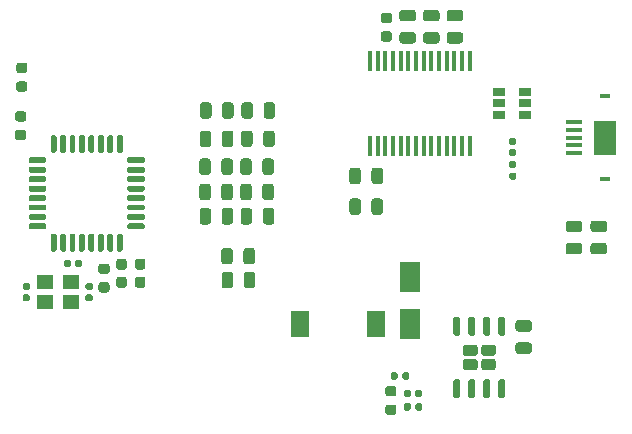
<source format=gbr>
%TF.GenerationSoftware,KiCad,Pcbnew,5.1.6*%
%TF.CreationDate,2021-04-06T07:59:24+02:00*%
%TF.ProjectId,teriyaki,74657269-7961-46b6-992e-6b696361645f,rev?*%
%TF.SameCoordinates,Original*%
%TF.FileFunction,Paste,Top*%
%TF.FilePolarity,Positive*%
%FSLAX46Y46*%
G04 Gerber Fmt 4.6, Leading zero omitted, Abs format (unit mm)*
G04 Created by KiCad (PCBNEW 5.1.6) date 2021-04-06 07:59:24*
%MOMM*%
%LPD*%
G01*
G04 APERTURE LIST*
%ADD10R,1.800000X2.500000*%
%ADD11R,1.350000X0.400000*%
%ADD12R,1.900000X2.900000*%
%ADD13R,0.850000X0.300000*%
%ADD14R,1.500000X2.200000*%
%ADD15R,0.450000X1.750000*%
%ADD16R,1.060000X0.650000*%
%ADD17R,1.400000X1.200000*%
G04 APERTURE END LIST*
%TO.C,R15*%
G36*
G01*
X95873750Y-94992500D02*
X96386250Y-94992500D01*
G75*
G02*
X96605000Y-95211250I0J-218750D01*
G01*
X96605000Y-95648750D01*
G75*
G02*
X96386250Y-95867500I-218750J0D01*
G01*
X95873750Y-95867500D01*
G75*
G02*
X95655000Y-95648750I0J218750D01*
G01*
X95655000Y-95211250D01*
G75*
G02*
X95873750Y-94992500I218750J0D01*
G01*
G37*
G36*
G01*
X95873750Y-93417500D02*
X96386250Y-93417500D01*
G75*
G02*
X96605000Y-93636250I0J-218750D01*
G01*
X96605000Y-94073750D01*
G75*
G02*
X96386250Y-94292500I-218750J0D01*
G01*
X95873750Y-94292500D01*
G75*
G02*
X95655000Y-94073750I0J218750D01*
G01*
X95655000Y-93636250D01*
G75*
G02*
X95873750Y-93417500I218750J0D01*
G01*
G37*
%TD*%
%TO.C,R14*%
G36*
G01*
X96290250Y-98391500D02*
X95777750Y-98391500D01*
G75*
G02*
X95559000Y-98172750I0J218750D01*
G01*
X95559000Y-97735250D01*
G75*
G02*
X95777750Y-97516500I218750J0D01*
G01*
X96290250Y-97516500D01*
G75*
G02*
X96509000Y-97735250I0J-218750D01*
G01*
X96509000Y-98172750D01*
G75*
G02*
X96290250Y-98391500I-218750J0D01*
G01*
G37*
G36*
G01*
X96290250Y-99966500D02*
X95777750Y-99966500D01*
G75*
G02*
X95559000Y-99747750I0J218750D01*
G01*
X95559000Y-99310250D01*
G75*
G02*
X95777750Y-99091500I218750J0D01*
G01*
X96290250Y-99091500D01*
G75*
G02*
X96509000Y-99310250I0J-218750D01*
G01*
X96509000Y-99747750D01*
G75*
G02*
X96290250Y-99966500I-218750J0D01*
G01*
G37*
%TD*%
%TO.C,U2*%
G36*
G01*
X98075000Y-107520000D02*
X96825000Y-107520000D01*
G75*
G02*
X96700000Y-107395000I0J125000D01*
G01*
X96700000Y-107145000D01*
G75*
G02*
X96825000Y-107020000I125000J0D01*
G01*
X98075000Y-107020000D01*
G75*
G02*
X98200000Y-107145000I0J-125000D01*
G01*
X98200000Y-107395000D01*
G75*
G02*
X98075000Y-107520000I-125000J0D01*
G01*
G37*
G36*
G01*
X98075000Y-106720000D02*
X96825000Y-106720000D01*
G75*
G02*
X96700000Y-106595000I0J125000D01*
G01*
X96700000Y-106345000D01*
G75*
G02*
X96825000Y-106220000I125000J0D01*
G01*
X98075000Y-106220000D01*
G75*
G02*
X98200000Y-106345000I0J-125000D01*
G01*
X98200000Y-106595000D01*
G75*
G02*
X98075000Y-106720000I-125000J0D01*
G01*
G37*
G36*
G01*
X98075000Y-105920000D02*
X96825000Y-105920000D01*
G75*
G02*
X96700000Y-105795000I0J125000D01*
G01*
X96700000Y-105545000D01*
G75*
G02*
X96825000Y-105420000I125000J0D01*
G01*
X98075000Y-105420000D01*
G75*
G02*
X98200000Y-105545000I0J-125000D01*
G01*
X98200000Y-105795000D01*
G75*
G02*
X98075000Y-105920000I-125000J0D01*
G01*
G37*
G36*
G01*
X98075000Y-105120000D02*
X96825000Y-105120000D01*
G75*
G02*
X96700000Y-104995000I0J125000D01*
G01*
X96700000Y-104745000D01*
G75*
G02*
X96825000Y-104620000I125000J0D01*
G01*
X98075000Y-104620000D01*
G75*
G02*
X98200000Y-104745000I0J-125000D01*
G01*
X98200000Y-104995000D01*
G75*
G02*
X98075000Y-105120000I-125000J0D01*
G01*
G37*
G36*
G01*
X98075000Y-104320000D02*
X96825000Y-104320000D01*
G75*
G02*
X96700000Y-104195000I0J125000D01*
G01*
X96700000Y-103945000D01*
G75*
G02*
X96825000Y-103820000I125000J0D01*
G01*
X98075000Y-103820000D01*
G75*
G02*
X98200000Y-103945000I0J-125000D01*
G01*
X98200000Y-104195000D01*
G75*
G02*
X98075000Y-104320000I-125000J0D01*
G01*
G37*
G36*
G01*
X98075000Y-103520000D02*
X96825000Y-103520000D01*
G75*
G02*
X96700000Y-103395000I0J125000D01*
G01*
X96700000Y-103145000D01*
G75*
G02*
X96825000Y-103020000I125000J0D01*
G01*
X98075000Y-103020000D01*
G75*
G02*
X98200000Y-103145000I0J-125000D01*
G01*
X98200000Y-103395000D01*
G75*
G02*
X98075000Y-103520000I-125000J0D01*
G01*
G37*
G36*
G01*
X98075000Y-102720000D02*
X96825000Y-102720000D01*
G75*
G02*
X96700000Y-102595000I0J125000D01*
G01*
X96700000Y-102345000D01*
G75*
G02*
X96825000Y-102220000I125000J0D01*
G01*
X98075000Y-102220000D01*
G75*
G02*
X98200000Y-102345000I0J-125000D01*
G01*
X98200000Y-102595000D01*
G75*
G02*
X98075000Y-102720000I-125000J0D01*
G01*
G37*
G36*
G01*
X98075000Y-101920000D02*
X96825000Y-101920000D01*
G75*
G02*
X96700000Y-101795000I0J125000D01*
G01*
X96700000Y-101545000D01*
G75*
G02*
X96825000Y-101420000I125000J0D01*
G01*
X98075000Y-101420000D01*
G75*
G02*
X98200000Y-101545000I0J-125000D01*
G01*
X98200000Y-101795000D01*
G75*
G02*
X98075000Y-101920000I-125000J0D01*
G01*
G37*
G36*
G01*
X98950000Y-101045000D02*
X98700000Y-101045000D01*
G75*
G02*
X98575000Y-100920000I0J125000D01*
G01*
X98575000Y-99670000D01*
G75*
G02*
X98700000Y-99545000I125000J0D01*
G01*
X98950000Y-99545000D01*
G75*
G02*
X99075000Y-99670000I0J-125000D01*
G01*
X99075000Y-100920000D01*
G75*
G02*
X98950000Y-101045000I-125000J0D01*
G01*
G37*
G36*
G01*
X99750000Y-101045000D02*
X99500000Y-101045000D01*
G75*
G02*
X99375000Y-100920000I0J125000D01*
G01*
X99375000Y-99670000D01*
G75*
G02*
X99500000Y-99545000I125000J0D01*
G01*
X99750000Y-99545000D01*
G75*
G02*
X99875000Y-99670000I0J-125000D01*
G01*
X99875000Y-100920000D01*
G75*
G02*
X99750000Y-101045000I-125000J0D01*
G01*
G37*
G36*
G01*
X100550000Y-101045000D02*
X100300000Y-101045000D01*
G75*
G02*
X100175000Y-100920000I0J125000D01*
G01*
X100175000Y-99670000D01*
G75*
G02*
X100300000Y-99545000I125000J0D01*
G01*
X100550000Y-99545000D01*
G75*
G02*
X100675000Y-99670000I0J-125000D01*
G01*
X100675000Y-100920000D01*
G75*
G02*
X100550000Y-101045000I-125000J0D01*
G01*
G37*
G36*
G01*
X101350000Y-101045000D02*
X101100000Y-101045000D01*
G75*
G02*
X100975000Y-100920000I0J125000D01*
G01*
X100975000Y-99670000D01*
G75*
G02*
X101100000Y-99545000I125000J0D01*
G01*
X101350000Y-99545000D01*
G75*
G02*
X101475000Y-99670000I0J-125000D01*
G01*
X101475000Y-100920000D01*
G75*
G02*
X101350000Y-101045000I-125000J0D01*
G01*
G37*
G36*
G01*
X102150000Y-101045000D02*
X101900000Y-101045000D01*
G75*
G02*
X101775000Y-100920000I0J125000D01*
G01*
X101775000Y-99670000D01*
G75*
G02*
X101900000Y-99545000I125000J0D01*
G01*
X102150000Y-99545000D01*
G75*
G02*
X102275000Y-99670000I0J-125000D01*
G01*
X102275000Y-100920000D01*
G75*
G02*
X102150000Y-101045000I-125000J0D01*
G01*
G37*
G36*
G01*
X102950000Y-101045000D02*
X102700000Y-101045000D01*
G75*
G02*
X102575000Y-100920000I0J125000D01*
G01*
X102575000Y-99670000D01*
G75*
G02*
X102700000Y-99545000I125000J0D01*
G01*
X102950000Y-99545000D01*
G75*
G02*
X103075000Y-99670000I0J-125000D01*
G01*
X103075000Y-100920000D01*
G75*
G02*
X102950000Y-101045000I-125000J0D01*
G01*
G37*
G36*
G01*
X103750000Y-101045000D02*
X103500000Y-101045000D01*
G75*
G02*
X103375000Y-100920000I0J125000D01*
G01*
X103375000Y-99670000D01*
G75*
G02*
X103500000Y-99545000I125000J0D01*
G01*
X103750000Y-99545000D01*
G75*
G02*
X103875000Y-99670000I0J-125000D01*
G01*
X103875000Y-100920000D01*
G75*
G02*
X103750000Y-101045000I-125000J0D01*
G01*
G37*
G36*
G01*
X104550000Y-101045000D02*
X104300000Y-101045000D01*
G75*
G02*
X104175000Y-100920000I0J125000D01*
G01*
X104175000Y-99670000D01*
G75*
G02*
X104300000Y-99545000I125000J0D01*
G01*
X104550000Y-99545000D01*
G75*
G02*
X104675000Y-99670000I0J-125000D01*
G01*
X104675000Y-100920000D01*
G75*
G02*
X104550000Y-101045000I-125000J0D01*
G01*
G37*
G36*
G01*
X106425000Y-101920000D02*
X105175000Y-101920000D01*
G75*
G02*
X105050000Y-101795000I0J125000D01*
G01*
X105050000Y-101545000D01*
G75*
G02*
X105175000Y-101420000I125000J0D01*
G01*
X106425000Y-101420000D01*
G75*
G02*
X106550000Y-101545000I0J-125000D01*
G01*
X106550000Y-101795000D01*
G75*
G02*
X106425000Y-101920000I-125000J0D01*
G01*
G37*
G36*
G01*
X106425000Y-102720000D02*
X105175000Y-102720000D01*
G75*
G02*
X105050000Y-102595000I0J125000D01*
G01*
X105050000Y-102345000D01*
G75*
G02*
X105175000Y-102220000I125000J0D01*
G01*
X106425000Y-102220000D01*
G75*
G02*
X106550000Y-102345000I0J-125000D01*
G01*
X106550000Y-102595000D01*
G75*
G02*
X106425000Y-102720000I-125000J0D01*
G01*
G37*
G36*
G01*
X106425000Y-103520000D02*
X105175000Y-103520000D01*
G75*
G02*
X105050000Y-103395000I0J125000D01*
G01*
X105050000Y-103145000D01*
G75*
G02*
X105175000Y-103020000I125000J0D01*
G01*
X106425000Y-103020000D01*
G75*
G02*
X106550000Y-103145000I0J-125000D01*
G01*
X106550000Y-103395000D01*
G75*
G02*
X106425000Y-103520000I-125000J0D01*
G01*
G37*
G36*
G01*
X106425000Y-104320000D02*
X105175000Y-104320000D01*
G75*
G02*
X105050000Y-104195000I0J125000D01*
G01*
X105050000Y-103945000D01*
G75*
G02*
X105175000Y-103820000I125000J0D01*
G01*
X106425000Y-103820000D01*
G75*
G02*
X106550000Y-103945000I0J-125000D01*
G01*
X106550000Y-104195000D01*
G75*
G02*
X106425000Y-104320000I-125000J0D01*
G01*
G37*
G36*
G01*
X106425000Y-105120000D02*
X105175000Y-105120000D01*
G75*
G02*
X105050000Y-104995000I0J125000D01*
G01*
X105050000Y-104745000D01*
G75*
G02*
X105175000Y-104620000I125000J0D01*
G01*
X106425000Y-104620000D01*
G75*
G02*
X106550000Y-104745000I0J-125000D01*
G01*
X106550000Y-104995000D01*
G75*
G02*
X106425000Y-105120000I-125000J0D01*
G01*
G37*
G36*
G01*
X106425000Y-105920000D02*
X105175000Y-105920000D01*
G75*
G02*
X105050000Y-105795000I0J125000D01*
G01*
X105050000Y-105545000D01*
G75*
G02*
X105175000Y-105420000I125000J0D01*
G01*
X106425000Y-105420000D01*
G75*
G02*
X106550000Y-105545000I0J-125000D01*
G01*
X106550000Y-105795000D01*
G75*
G02*
X106425000Y-105920000I-125000J0D01*
G01*
G37*
G36*
G01*
X106425000Y-106720000D02*
X105175000Y-106720000D01*
G75*
G02*
X105050000Y-106595000I0J125000D01*
G01*
X105050000Y-106345000D01*
G75*
G02*
X105175000Y-106220000I125000J0D01*
G01*
X106425000Y-106220000D01*
G75*
G02*
X106550000Y-106345000I0J-125000D01*
G01*
X106550000Y-106595000D01*
G75*
G02*
X106425000Y-106720000I-125000J0D01*
G01*
G37*
G36*
G01*
X106425000Y-107520000D02*
X105175000Y-107520000D01*
G75*
G02*
X105050000Y-107395000I0J125000D01*
G01*
X105050000Y-107145000D01*
G75*
G02*
X105175000Y-107020000I125000J0D01*
G01*
X106425000Y-107020000D01*
G75*
G02*
X106550000Y-107145000I0J-125000D01*
G01*
X106550000Y-107395000D01*
G75*
G02*
X106425000Y-107520000I-125000J0D01*
G01*
G37*
G36*
G01*
X104550000Y-109395000D02*
X104300000Y-109395000D01*
G75*
G02*
X104175000Y-109270000I0J125000D01*
G01*
X104175000Y-108020000D01*
G75*
G02*
X104300000Y-107895000I125000J0D01*
G01*
X104550000Y-107895000D01*
G75*
G02*
X104675000Y-108020000I0J-125000D01*
G01*
X104675000Y-109270000D01*
G75*
G02*
X104550000Y-109395000I-125000J0D01*
G01*
G37*
G36*
G01*
X103750000Y-109395000D02*
X103500000Y-109395000D01*
G75*
G02*
X103375000Y-109270000I0J125000D01*
G01*
X103375000Y-108020000D01*
G75*
G02*
X103500000Y-107895000I125000J0D01*
G01*
X103750000Y-107895000D01*
G75*
G02*
X103875000Y-108020000I0J-125000D01*
G01*
X103875000Y-109270000D01*
G75*
G02*
X103750000Y-109395000I-125000J0D01*
G01*
G37*
G36*
G01*
X102950000Y-109395000D02*
X102700000Y-109395000D01*
G75*
G02*
X102575000Y-109270000I0J125000D01*
G01*
X102575000Y-108020000D01*
G75*
G02*
X102700000Y-107895000I125000J0D01*
G01*
X102950000Y-107895000D01*
G75*
G02*
X103075000Y-108020000I0J-125000D01*
G01*
X103075000Y-109270000D01*
G75*
G02*
X102950000Y-109395000I-125000J0D01*
G01*
G37*
G36*
G01*
X102150000Y-109395000D02*
X101900000Y-109395000D01*
G75*
G02*
X101775000Y-109270000I0J125000D01*
G01*
X101775000Y-108020000D01*
G75*
G02*
X101900000Y-107895000I125000J0D01*
G01*
X102150000Y-107895000D01*
G75*
G02*
X102275000Y-108020000I0J-125000D01*
G01*
X102275000Y-109270000D01*
G75*
G02*
X102150000Y-109395000I-125000J0D01*
G01*
G37*
G36*
G01*
X101350000Y-109395000D02*
X101100000Y-109395000D01*
G75*
G02*
X100975000Y-109270000I0J125000D01*
G01*
X100975000Y-108020000D01*
G75*
G02*
X101100000Y-107895000I125000J0D01*
G01*
X101350000Y-107895000D01*
G75*
G02*
X101475000Y-108020000I0J-125000D01*
G01*
X101475000Y-109270000D01*
G75*
G02*
X101350000Y-109395000I-125000J0D01*
G01*
G37*
G36*
G01*
X100550000Y-109395000D02*
X100300000Y-109395000D01*
G75*
G02*
X100175000Y-109270000I0J125000D01*
G01*
X100175000Y-108020000D01*
G75*
G02*
X100300000Y-107895000I125000J0D01*
G01*
X100550000Y-107895000D01*
G75*
G02*
X100675000Y-108020000I0J-125000D01*
G01*
X100675000Y-109270000D01*
G75*
G02*
X100550000Y-109395000I-125000J0D01*
G01*
G37*
G36*
G01*
X99750000Y-109395000D02*
X99500000Y-109395000D01*
G75*
G02*
X99375000Y-109270000I0J125000D01*
G01*
X99375000Y-108020000D01*
G75*
G02*
X99500000Y-107895000I125000J0D01*
G01*
X99750000Y-107895000D01*
G75*
G02*
X99875000Y-108020000I0J-125000D01*
G01*
X99875000Y-109270000D01*
G75*
G02*
X99750000Y-109395000I-125000J0D01*
G01*
G37*
G36*
G01*
X98950000Y-109395000D02*
X98700000Y-109395000D01*
G75*
G02*
X98575000Y-109270000I0J125000D01*
G01*
X98575000Y-108020000D01*
G75*
G02*
X98700000Y-107895000I125000J0D01*
G01*
X98950000Y-107895000D01*
G75*
G02*
X99075000Y-108020000I0J-125000D01*
G01*
X99075000Y-109270000D01*
G75*
G02*
X98950000Y-109395000I-125000J0D01*
G01*
G37*
%TD*%
%TO.C,C13*%
G36*
G01*
X102833750Y-111997500D02*
X103346250Y-111997500D01*
G75*
G02*
X103565000Y-112216250I0J-218750D01*
G01*
X103565000Y-112653750D01*
G75*
G02*
X103346250Y-112872500I-218750J0D01*
G01*
X102833750Y-112872500D01*
G75*
G02*
X102615000Y-112653750I0J218750D01*
G01*
X102615000Y-112216250D01*
G75*
G02*
X102833750Y-111997500I218750J0D01*
G01*
G37*
G36*
G01*
X102833750Y-110422500D02*
X103346250Y-110422500D01*
G75*
G02*
X103565000Y-110641250I0J-218750D01*
G01*
X103565000Y-111078750D01*
G75*
G02*
X103346250Y-111297500I-218750J0D01*
G01*
X102833750Y-111297500D01*
G75*
G02*
X102615000Y-111078750I0J218750D01*
G01*
X102615000Y-110641250D01*
G75*
G02*
X102833750Y-110422500I218750J0D01*
G01*
G37*
%TD*%
%TO.C,C1*%
G36*
G01*
X131256250Y-89912500D02*
X130343750Y-89912500D01*
G75*
G02*
X130100000Y-89668750I0J243750D01*
G01*
X130100000Y-89181250D01*
G75*
G02*
X130343750Y-88937500I243750J0D01*
G01*
X131256250Y-88937500D01*
G75*
G02*
X131500000Y-89181250I0J-243750D01*
G01*
X131500000Y-89668750D01*
G75*
G02*
X131256250Y-89912500I-243750J0D01*
G01*
G37*
G36*
G01*
X131256250Y-91787500D02*
X130343750Y-91787500D01*
G75*
G02*
X130100000Y-91543750I0J243750D01*
G01*
X130100000Y-91056250D01*
G75*
G02*
X130343750Y-90812500I243750J0D01*
G01*
X131256250Y-90812500D01*
G75*
G02*
X131500000Y-91056250I0J-243750D01*
G01*
X131500000Y-91543750D01*
G75*
G02*
X131256250Y-91787500I-243750J0D01*
G01*
G37*
%TD*%
%TO.C,C3*%
G36*
G01*
X129256250Y-89912500D02*
X128343750Y-89912500D01*
G75*
G02*
X128100000Y-89668750I0J243750D01*
G01*
X128100000Y-89181250D01*
G75*
G02*
X128343750Y-88937500I243750J0D01*
G01*
X129256250Y-88937500D01*
G75*
G02*
X129500000Y-89181250I0J-243750D01*
G01*
X129500000Y-89668750D01*
G75*
G02*
X129256250Y-89912500I-243750J0D01*
G01*
G37*
G36*
G01*
X129256250Y-91787500D02*
X128343750Y-91787500D01*
G75*
G02*
X128100000Y-91543750I0J243750D01*
G01*
X128100000Y-91056250D01*
G75*
G02*
X128343750Y-90812500I243750J0D01*
G01*
X129256250Y-90812500D01*
G75*
G02*
X129500000Y-91056250I0J-243750D01*
G01*
X129500000Y-91543750D01*
G75*
G02*
X129256250Y-91787500I-243750J0D01*
G01*
G37*
%TD*%
%TO.C,C4*%
G36*
G01*
X138164250Y-117084500D02*
X139076750Y-117084500D01*
G75*
G02*
X139320500Y-117328250I0J-243750D01*
G01*
X139320500Y-117815750D01*
G75*
G02*
X139076750Y-118059500I-243750J0D01*
G01*
X138164250Y-118059500D01*
G75*
G02*
X137920500Y-117815750I0J243750D01*
G01*
X137920500Y-117328250D01*
G75*
G02*
X138164250Y-117084500I243750J0D01*
G01*
G37*
G36*
G01*
X138164250Y-115209500D02*
X139076750Y-115209500D01*
G75*
G02*
X139320500Y-115453250I0J-243750D01*
G01*
X139320500Y-115940750D01*
G75*
G02*
X139076750Y-116184500I-243750J0D01*
G01*
X138164250Y-116184500D01*
G75*
G02*
X137920500Y-115940750I0J243750D01*
G01*
X137920500Y-115453250D01*
G75*
G02*
X138164250Y-115209500I243750J0D01*
G01*
G37*
%TD*%
%TO.C,C5*%
G36*
G01*
X127256250Y-90062500D02*
X126743750Y-90062500D01*
G75*
G02*
X126525000Y-89843750I0J218750D01*
G01*
X126525000Y-89406250D01*
G75*
G02*
X126743750Y-89187500I218750J0D01*
G01*
X127256250Y-89187500D01*
G75*
G02*
X127475000Y-89406250I0J-218750D01*
G01*
X127475000Y-89843750D01*
G75*
G02*
X127256250Y-90062500I-218750J0D01*
G01*
G37*
G36*
G01*
X127256250Y-91637500D02*
X126743750Y-91637500D01*
G75*
G02*
X126525000Y-91418750I0J218750D01*
G01*
X126525000Y-90981250D01*
G75*
G02*
X126743750Y-90762500I218750J0D01*
G01*
X127256250Y-90762500D01*
G75*
G02*
X127475000Y-90981250I0J-218750D01*
G01*
X127475000Y-91418750D01*
G75*
G02*
X127256250Y-91637500I-218750J0D01*
G01*
G37*
%TD*%
%TO.C,C6*%
G36*
G01*
X133256250Y-89912500D02*
X132343750Y-89912500D01*
G75*
G02*
X132100000Y-89668750I0J243750D01*
G01*
X132100000Y-89181250D01*
G75*
G02*
X132343750Y-88937500I243750J0D01*
G01*
X133256250Y-88937500D01*
G75*
G02*
X133500000Y-89181250I0J-243750D01*
G01*
X133500000Y-89668750D01*
G75*
G02*
X133256250Y-89912500I-243750J0D01*
G01*
G37*
G36*
G01*
X133256250Y-91787500D02*
X132343750Y-91787500D01*
G75*
G02*
X132100000Y-91543750I0J243750D01*
G01*
X132100000Y-91056250D01*
G75*
G02*
X132343750Y-90812500I243750J0D01*
G01*
X133256250Y-90812500D01*
G75*
G02*
X133500000Y-91056250I0J-243750D01*
G01*
X133500000Y-91543750D01*
G75*
G02*
X133256250Y-91787500I-243750J0D01*
G01*
G37*
%TD*%
%TO.C,C8*%
G36*
G01*
X96697500Y-112655000D02*
X96352500Y-112655000D01*
G75*
G02*
X96205000Y-112507500I0J147500D01*
G01*
X96205000Y-112212500D01*
G75*
G02*
X96352500Y-112065000I147500J0D01*
G01*
X96697500Y-112065000D01*
G75*
G02*
X96845000Y-112212500I0J-147500D01*
G01*
X96845000Y-112507500D01*
G75*
G02*
X96697500Y-112655000I-147500J0D01*
G01*
G37*
G36*
G01*
X96697500Y-113625000D02*
X96352500Y-113625000D01*
G75*
G02*
X96205000Y-113477500I0J147500D01*
G01*
X96205000Y-113182500D01*
G75*
G02*
X96352500Y-113035000I147500J0D01*
G01*
X96697500Y-113035000D01*
G75*
G02*
X96845000Y-113182500I0J-147500D01*
G01*
X96845000Y-113477500D01*
G75*
G02*
X96697500Y-113625000I-147500J0D01*
G01*
G37*
%TD*%
%TO.C,C9*%
G36*
G01*
X101652500Y-113035000D02*
X101997500Y-113035000D01*
G75*
G02*
X102145000Y-113182500I0J-147500D01*
G01*
X102145000Y-113477500D01*
G75*
G02*
X101997500Y-113625000I-147500J0D01*
G01*
X101652500Y-113625000D01*
G75*
G02*
X101505000Y-113477500I0J147500D01*
G01*
X101505000Y-113182500D01*
G75*
G02*
X101652500Y-113035000I147500J0D01*
G01*
G37*
G36*
G01*
X101652500Y-112065000D02*
X101997500Y-112065000D01*
G75*
G02*
X102145000Y-112212500I0J-147500D01*
G01*
X102145000Y-112507500D01*
G75*
G02*
X101997500Y-112655000I-147500J0D01*
G01*
X101652500Y-112655000D01*
G75*
G02*
X101505000Y-112507500I0J147500D01*
G01*
X101505000Y-112212500D01*
G75*
G02*
X101652500Y-112065000I147500J0D01*
G01*
G37*
%TD*%
%TO.C,C10*%
G36*
G01*
X127635650Y-121666100D02*
X127123150Y-121666100D01*
G75*
G02*
X126904400Y-121447350I0J218750D01*
G01*
X126904400Y-121009850D01*
G75*
G02*
X127123150Y-120791100I218750J0D01*
G01*
X127635650Y-120791100D01*
G75*
G02*
X127854400Y-121009850I0J-218750D01*
G01*
X127854400Y-121447350D01*
G75*
G02*
X127635650Y-121666100I-218750J0D01*
G01*
G37*
G36*
G01*
X127635650Y-123241100D02*
X127123150Y-123241100D01*
G75*
G02*
X126904400Y-123022350I0J218750D01*
G01*
X126904400Y-122584850D01*
G75*
G02*
X127123150Y-122366100I218750J0D01*
G01*
X127635650Y-122366100D01*
G75*
G02*
X127854400Y-122584850I0J-218750D01*
G01*
X127854400Y-123022350D01*
G75*
G02*
X127635650Y-123241100I-218750J0D01*
G01*
G37*
%TD*%
%TO.C,C11*%
G36*
G01*
X105712500Y-110723250D02*
X105712500Y-110210750D01*
G75*
G02*
X105931250Y-109992000I218750J0D01*
G01*
X106368750Y-109992000D01*
G75*
G02*
X106587500Y-110210750I0J-218750D01*
G01*
X106587500Y-110723250D01*
G75*
G02*
X106368750Y-110942000I-218750J0D01*
G01*
X105931250Y-110942000D01*
G75*
G02*
X105712500Y-110723250I0J218750D01*
G01*
G37*
G36*
G01*
X104137500Y-110723250D02*
X104137500Y-110210750D01*
G75*
G02*
X104356250Y-109992000I218750J0D01*
G01*
X104793750Y-109992000D01*
G75*
G02*
X105012500Y-110210750I0J-218750D01*
G01*
X105012500Y-110723250D01*
G75*
G02*
X104793750Y-110942000I-218750J0D01*
G01*
X104356250Y-110942000D01*
G75*
G02*
X104137500Y-110723250I0J218750D01*
G01*
G37*
%TD*%
%TO.C,C12*%
G36*
G01*
X105712500Y-112251250D02*
X105712500Y-111738750D01*
G75*
G02*
X105931250Y-111520000I218750J0D01*
G01*
X106368750Y-111520000D01*
G75*
G02*
X106587500Y-111738750I0J-218750D01*
G01*
X106587500Y-112251250D01*
G75*
G02*
X106368750Y-112470000I-218750J0D01*
G01*
X105931250Y-112470000D01*
G75*
G02*
X105712500Y-112251250I0J218750D01*
G01*
G37*
G36*
G01*
X104137500Y-112251250D02*
X104137500Y-111738750D01*
G75*
G02*
X104356250Y-111520000I218750J0D01*
G01*
X104793750Y-111520000D01*
G75*
G02*
X105012500Y-111738750I0J-218750D01*
G01*
X105012500Y-112251250D01*
G75*
G02*
X104793750Y-112470000I-218750J0D01*
G01*
X104356250Y-112470000D01*
G75*
G02*
X104137500Y-112251250I0J218750D01*
G01*
G37*
%TD*%
D10*
%TO.C,D1*%
X129032000Y-111570000D03*
X129032000Y-115570000D03*
%TD*%
D11*
%TO.C,J1*%
X142875000Y-101050000D03*
X142875000Y-100400000D03*
X142875000Y-99750000D03*
X142875000Y-98450000D03*
X142875000Y-99100000D03*
D12*
X145550000Y-99750000D03*
D13*
X145550000Y-96250000D03*
X145550000Y-103250000D03*
%TD*%
D14*
%TO.C,L1*%
X119711000Y-115570000D03*
X126111000Y-115570000D03*
%TD*%
%TO.C,LED1*%
G36*
G01*
X112157500Y-105956750D02*
X112157500Y-106869250D01*
G75*
G02*
X111913750Y-107113000I-243750J0D01*
G01*
X111426250Y-107113000D01*
G75*
G02*
X111182500Y-106869250I0J243750D01*
G01*
X111182500Y-105956750D01*
G75*
G02*
X111426250Y-105713000I243750J0D01*
G01*
X111913750Y-105713000D01*
G75*
G02*
X112157500Y-105956750I0J-243750D01*
G01*
G37*
G36*
G01*
X114032500Y-105956750D02*
X114032500Y-106869250D01*
G75*
G02*
X113788750Y-107113000I-243750J0D01*
G01*
X113301250Y-107113000D01*
G75*
G02*
X113057500Y-106869250I0J243750D01*
G01*
X113057500Y-105956750D01*
G75*
G02*
X113301250Y-105713000I243750J0D01*
G01*
X113788750Y-105713000D01*
G75*
G02*
X114032500Y-105956750I0J-243750D01*
G01*
G37*
%TD*%
%TO.C,LED2*%
G36*
G01*
X112127500Y-103896750D02*
X112127500Y-104809250D01*
G75*
G02*
X111883750Y-105053000I-243750J0D01*
G01*
X111396250Y-105053000D01*
G75*
G02*
X111152500Y-104809250I0J243750D01*
G01*
X111152500Y-103896750D01*
G75*
G02*
X111396250Y-103653000I243750J0D01*
G01*
X111883750Y-103653000D01*
G75*
G02*
X112127500Y-103896750I0J-243750D01*
G01*
G37*
G36*
G01*
X114002500Y-103896750D02*
X114002500Y-104809250D01*
G75*
G02*
X113758750Y-105053000I-243750J0D01*
G01*
X113271250Y-105053000D01*
G75*
G02*
X113027500Y-104809250I0J243750D01*
G01*
X113027500Y-103896750D01*
G75*
G02*
X113271250Y-103653000I243750J0D01*
G01*
X113758750Y-103653000D01*
G75*
G02*
X114002500Y-103896750I0J-243750D01*
G01*
G37*
%TD*%
%TO.C,LED3*%
G36*
G01*
X112127500Y-101756750D02*
X112127500Y-102669250D01*
G75*
G02*
X111883750Y-102913000I-243750J0D01*
G01*
X111396250Y-102913000D01*
G75*
G02*
X111152500Y-102669250I0J243750D01*
G01*
X111152500Y-101756750D01*
G75*
G02*
X111396250Y-101513000I243750J0D01*
G01*
X111883750Y-101513000D01*
G75*
G02*
X112127500Y-101756750I0J-243750D01*
G01*
G37*
G36*
G01*
X114002500Y-101756750D02*
X114002500Y-102669250D01*
G75*
G02*
X113758750Y-102913000I-243750J0D01*
G01*
X113271250Y-102913000D01*
G75*
G02*
X113027500Y-102669250I0J243750D01*
G01*
X113027500Y-101756750D01*
G75*
G02*
X113271250Y-101513000I243750J0D01*
G01*
X113758750Y-101513000D01*
G75*
G02*
X114002500Y-101756750I0J-243750D01*
G01*
G37*
%TD*%
%TO.C,LED_3V31*%
G36*
G01*
X114025700Y-111363750D02*
X114025700Y-112276250D01*
G75*
G02*
X113781950Y-112520000I-243750J0D01*
G01*
X113294450Y-112520000D01*
G75*
G02*
X113050700Y-112276250I0J243750D01*
G01*
X113050700Y-111363750D01*
G75*
G02*
X113294450Y-111120000I243750J0D01*
G01*
X113781950Y-111120000D01*
G75*
G02*
X114025700Y-111363750I0J-243750D01*
G01*
G37*
G36*
G01*
X115900700Y-111363750D02*
X115900700Y-112276250D01*
G75*
G02*
X115656950Y-112520000I-243750J0D01*
G01*
X115169450Y-112520000D01*
G75*
G02*
X114925700Y-112276250I0J243750D01*
G01*
X114925700Y-111363750D01*
G75*
G02*
X115169450Y-111120000I243750J0D01*
G01*
X115656950Y-111120000D01*
G75*
G02*
X115900700Y-111363750I0J-243750D01*
G01*
G37*
%TD*%
%TO.C,LED_5V1*%
G36*
G01*
X142421150Y-108664300D02*
X143333650Y-108664300D01*
G75*
G02*
X143577400Y-108908050I0J-243750D01*
G01*
X143577400Y-109395550D01*
G75*
G02*
X143333650Y-109639300I-243750J0D01*
G01*
X142421150Y-109639300D01*
G75*
G02*
X142177400Y-109395550I0J243750D01*
G01*
X142177400Y-108908050D01*
G75*
G02*
X142421150Y-108664300I243750J0D01*
G01*
G37*
G36*
G01*
X142421150Y-106789300D02*
X143333650Y-106789300D01*
G75*
G02*
X143577400Y-107033050I0J-243750D01*
G01*
X143577400Y-107520550D01*
G75*
G02*
X143333650Y-107764300I-243750J0D01*
G01*
X142421150Y-107764300D01*
G75*
G02*
X142177400Y-107520550I0J243750D01*
G01*
X142177400Y-107033050D01*
G75*
G02*
X142421150Y-106789300I243750J0D01*
G01*
G37*
%TD*%
%TO.C,LED_RX1*%
G36*
G01*
X113072700Y-100311850D02*
X113072700Y-99399350D01*
G75*
G02*
X113316450Y-99155600I243750J0D01*
G01*
X113803950Y-99155600D01*
G75*
G02*
X114047700Y-99399350I0J-243750D01*
G01*
X114047700Y-100311850D01*
G75*
G02*
X113803950Y-100555600I-243750J0D01*
G01*
X113316450Y-100555600D01*
G75*
G02*
X113072700Y-100311850I0J243750D01*
G01*
G37*
G36*
G01*
X111197700Y-100311850D02*
X111197700Y-99399350D01*
G75*
G02*
X111441450Y-99155600I243750J0D01*
G01*
X111928950Y-99155600D01*
G75*
G02*
X112172700Y-99399350I0J-243750D01*
G01*
X112172700Y-100311850D01*
G75*
G02*
X111928950Y-100555600I-243750J0D01*
G01*
X111441450Y-100555600D01*
G75*
G02*
X111197700Y-100311850I0J243750D01*
G01*
G37*
%TD*%
%TO.C,LED_TX1*%
G36*
G01*
X113097700Y-97911850D02*
X113097700Y-96999350D01*
G75*
G02*
X113341450Y-96755600I243750J0D01*
G01*
X113828950Y-96755600D01*
G75*
G02*
X114072700Y-96999350I0J-243750D01*
G01*
X114072700Y-97911850D01*
G75*
G02*
X113828950Y-98155600I-243750J0D01*
G01*
X113341450Y-98155600D01*
G75*
G02*
X113097700Y-97911850I0J243750D01*
G01*
G37*
G36*
G01*
X111222700Y-97911850D02*
X111222700Y-96999350D01*
G75*
G02*
X111466450Y-96755600I243750J0D01*
G01*
X111953950Y-96755600D01*
G75*
G02*
X112197700Y-96999350I0J-243750D01*
G01*
X112197700Y-97911850D01*
G75*
G02*
X111953950Y-98155600I-243750J0D01*
G01*
X111466450Y-98155600D01*
G75*
G02*
X111222700Y-97911850I0J243750D01*
G01*
G37*
%TD*%
%TO.C,R1*%
G36*
G01*
X137867300Y-100355400D02*
X137522300Y-100355400D01*
G75*
G02*
X137374800Y-100207900I0J147500D01*
G01*
X137374800Y-99912900D01*
G75*
G02*
X137522300Y-99765400I147500J0D01*
G01*
X137867300Y-99765400D01*
G75*
G02*
X138014800Y-99912900I0J-147500D01*
G01*
X138014800Y-100207900D01*
G75*
G02*
X137867300Y-100355400I-147500J0D01*
G01*
G37*
G36*
G01*
X137867300Y-101325400D02*
X137522300Y-101325400D01*
G75*
G02*
X137374800Y-101177900I0J147500D01*
G01*
X137374800Y-100882900D01*
G75*
G02*
X137522300Y-100735400I147500J0D01*
G01*
X137867300Y-100735400D01*
G75*
G02*
X138014800Y-100882900I0J-147500D01*
G01*
X138014800Y-101177900D01*
G75*
G02*
X137867300Y-101325400I-147500J0D01*
G01*
G37*
%TD*%
%TO.C,R2*%
G36*
G01*
X137867300Y-102340400D02*
X137522300Y-102340400D01*
G75*
G02*
X137374800Y-102192900I0J147500D01*
G01*
X137374800Y-101897900D01*
G75*
G02*
X137522300Y-101750400I147500J0D01*
G01*
X137867300Y-101750400D01*
G75*
G02*
X138014800Y-101897900I0J-147500D01*
G01*
X138014800Y-102192900D01*
G75*
G02*
X137867300Y-102340400I-147500J0D01*
G01*
G37*
G36*
G01*
X137867300Y-103310400D02*
X137522300Y-103310400D01*
G75*
G02*
X137374800Y-103162900I0J147500D01*
G01*
X137374800Y-102867900D01*
G75*
G02*
X137522300Y-102720400I147500J0D01*
G01*
X137867300Y-102720400D01*
G75*
G02*
X138014800Y-102867900I0J-147500D01*
G01*
X138014800Y-103162900D01*
G75*
G02*
X137867300Y-103310400I-147500J0D01*
G01*
G37*
%TD*%
%TO.C,R3*%
G36*
G01*
X125737500Y-103456250D02*
X125737500Y-102543750D01*
G75*
G02*
X125981250Y-102300000I243750J0D01*
G01*
X126468750Y-102300000D01*
G75*
G02*
X126712500Y-102543750I0J-243750D01*
G01*
X126712500Y-103456250D01*
G75*
G02*
X126468750Y-103700000I-243750J0D01*
G01*
X125981250Y-103700000D01*
G75*
G02*
X125737500Y-103456250I0J243750D01*
G01*
G37*
G36*
G01*
X123862500Y-103456250D02*
X123862500Y-102543750D01*
G75*
G02*
X124106250Y-102300000I243750J0D01*
G01*
X124593750Y-102300000D01*
G75*
G02*
X124837500Y-102543750I0J-243750D01*
G01*
X124837500Y-103456250D01*
G75*
G02*
X124593750Y-103700000I-243750J0D01*
G01*
X124106250Y-103700000D01*
G75*
G02*
X123862500Y-103456250I0J243750D01*
G01*
G37*
%TD*%
%TO.C,R4*%
G36*
G01*
X125737500Y-106056250D02*
X125737500Y-105143750D01*
G75*
G02*
X125981250Y-104900000I243750J0D01*
G01*
X126468750Y-104900000D01*
G75*
G02*
X126712500Y-105143750I0J-243750D01*
G01*
X126712500Y-106056250D01*
G75*
G02*
X126468750Y-106300000I-243750J0D01*
G01*
X125981250Y-106300000D01*
G75*
G02*
X125737500Y-106056250I0J243750D01*
G01*
G37*
G36*
G01*
X123862500Y-106056250D02*
X123862500Y-105143750D01*
G75*
G02*
X124106250Y-104900000I243750J0D01*
G01*
X124593750Y-104900000D01*
G75*
G02*
X124837500Y-105143750I0J-243750D01*
G01*
X124837500Y-106056250D01*
G75*
G02*
X124593750Y-106300000I-243750J0D01*
G01*
X124106250Y-106300000D01*
G75*
G02*
X123862500Y-106056250I0J243750D01*
G01*
G37*
%TD*%
%TO.C,R5*%
G36*
G01*
X115697700Y-96999350D02*
X115697700Y-97911850D01*
G75*
G02*
X115453950Y-98155600I-243750J0D01*
G01*
X114966450Y-98155600D01*
G75*
G02*
X114722700Y-97911850I0J243750D01*
G01*
X114722700Y-96999350D01*
G75*
G02*
X114966450Y-96755600I243750J0D01*
G01*
X115453950Y-96755600D01*
G75*
G02*
X115697700Y-96999350I0J-243750D01*
G01*
G37*
G36*
G01*
X117572700Y-96999350D02*
X117572700Y-97911850D01*
G75*
G02*
X117328950Y-98155600I-243750J0D01*
G01*
X116841450Y-98155600D01*
G75*
G02*
X116597700Y-97911850I0J243750D01*
G01*
X116597700Y-96999350D01*
G75*
G02*
X116841450Y-96755600I243750J0D01*
G01*
X117328950Y-96755600D01*
G75*
G02*
X117572700Y-96999350I0J-243750D01*
G01*
G37*
%TD*%
%TO.C,R6*%
G36*
G01*
X115672700Y-99399350D02*
X115672700Y-100311850D01*
G75*
G02*
X115428950Y-100555600I-243750J0D01*
G01*
X114941450Y-100555600D01*
G75*
G02*
X114697700Y-100311850I0J243750D01*
G01*
X114697700Y-99399350D01*
G75*
G02*
X114941450Y-99155600I243750J0D01*
G01*
X115428950Y-99155600D01*
G75*
G02*
X115672700Y-99399350I0J-243750D01*
G01*
G37*
G36*
G01*
X117547700Y-99399350D02*
X117547700Y-100311850D01*
G75*
G02*
X117303950Y-100555600I-243750J0D01*
G01*
X116816450Y-100555600D01*
G75*
G02*
X116572700Y-100311850I0J243750D01*
G01*
X116572700Y-99399350D01*
G75*
G02*
X116816450Y-99155600I243750J0D01*
G01*
X117303950Y-99155600D01*
G75*
G02*
X117547700Y-99399350I0J-243750D01*
G01*
G37*
%TD*%
%TO.C,R7*%
G36*
G01*
X116532500Y-106869250D02*
X116532500Y-105956750D01*
G75*
G02*
X116776250Y-105713000I243750J0D01*
G01*
X117263750Y-105713000D01*
G75*
G02*
X117507500Y-105956750I0J-243750D01*
G01*
X117507500Y-106869250D01*
G75*
G02*
X117263750Y-107113000I-243750J0D01*
G01*
X116776250Y-107113000D01*
G75*
G02*
X116532500Y-106869250I0J243750D01*
G01*
G37*
G36*
G01*
X114657500Y-106869250D02*
X114657500Y-105956750D01*
G75*
G02*
X114901250Y-105713000I243750J0D01*
G01*
X115388750Y-105713000D01*
G75*
G02*
X115632500Y-105956750I0J-243750D01*
G01*
X115632500Y-106869250D01*
G75*
G02*
X115388750Y-107113000I-243750J0D01*
G01*
X114901250Y-107113000D01*
G75*
G02*
X114657500Y-106869250I0J243750D01*
G01*
G37*
%TD*%
%TO.C,R8*%
G36*
G01*
X129451400Y-122722100D02*
X129451400Y-122377100D01*
G75*
G02*
X129598900Y-122229600I147500J0D01*
G01*
X129893900Y-122229600D01*
G75*
G02*
X130041400Y-122377100I0J-147500D01*
G01*
X130041400Y-122722100D01*
G75*
G02*
X129893900Y-122869600I-147500J0D01*
G01*
X129598900Y-122869600D01*
G75*
G02*
X129451400Y-122722100I0J147500D01*
G01*
G37*
G36*
G01*
X128481400Y-122722100D02*
X128481400Y-122377100D01*
G75*
G02*
X128628900Y-122229600I147500J0D01*
G01*
X128923900Y-122229600D01*
G75*
G02*
X129071400Y-122377100I0J-147500D01*
G01*
X129071400Y-122722100D01*
G75*
G02*
X128923900Y-122869600I-147500J0D01*
G01*
X128628900Y-122869600D01*
G75*
G02*
X128481400Y-122722100I0J147500D01*
G01*
G37*
%TD*%
%TO.C,R9*%
G36*
G01*
X129071400Y-121234100D02*
X129071400Y-121579100D01*
G75*
G02*
X128923900Y-121726600I-147500J0D01*
G01*
X128628900Y-121726600D01*
G75*
G02*
X128481400Y-121579100I0J147500D01*
G01*
X128481400Y-121234100D01*
G75*
G02*
X128628900Y-121086600I147500J0D01*
G01*
X128923900Y-121086600D01*
G75*
G02*
X129071400Y-121234100I0J-147500D01*
G01*
G37*
G36*
G01*
X130041400Y-121234100D02*
X130041400Y-121579100D01*
G75*
G02*
X129893900Y-121726600I-147500J0D01*
G01*
X129598900Y-121726600D01*
G75*
G02*
X129451400Y-121579100I0J147500D01*
G01*
X129451400Y-121234100D01*
G75*
G02*
X129598900Y-121086600I147500J0D01*
G01*
X129893900Y-121086600D01*
G75*
G02*
X130041400Y-121234100I0J-147500D01*
G01*
G37*
%TD*%
%TO.C,R10*%
G36*
G01*
X127949000Y-119760900D02*
X127949000Y-120105900D01*
G75*
G02*
X127801500Y-120253400I-147500J0D01*
G01*
X127506500Y-120253400D01*
G75*
G02*
X127359000Y-120105900I0J147500D01*
G01*
X127359000Y-119760900D01*
G75*
G02*
X127506500Y-119613400I147500J0D01*
G01*
X127801500Y-119613400D01*
G75*
G02*
X127949000Y-119760900I0J-147500D01*
G01*
G37*
G36*
G01*
X128919000Y-119760900D02*
X128919000Y-120105900D01*
G75*
G02*
X128771500Y-120253400I-147500J0D01*
G01*
X128476500Y-120253400D01*
G75*
G02*
X128329000Y-120105900I0J147500D01*
G01*
X128329000Y-119760900D01*
G75*
G02*
X128476500Y-119613400I147500J0D01*
G01*
X128771500Y-119613400D01*
G75*
G02*
X128919000Y-119760900I0J-147500D01*
G01*
G37*
%TD*%
%TO.C,R11*%
G36*
G01*
X116502500Y-104809250D02*
X116502500Y-103896750D01*
G75*
G02*
X116746250Y-103653000I243750J0D01*
G01*
X117233750Y-103653000D01*
G75*
G02*
X117477500Y-103896750I0J-243750D01*
G01*
X117477500Y-104809250D01*
G75*
G02*
X117233750Y-105053000I-243750J0D01*
G01*
X116746250Y-105053000D01*
G75*
G02*
X116502500Y-104809250I0J243750D01*
G01*
G37*
G36*
G01*
X114627500Y-104809250D02*
X114627500Y-103896750D01*
G75*
G02*
X114871250Y-103653000I243750J0D01*
G01*
X115358750Y-103653000D01*
G75*
G02*
X115602500Y-103896750I0J-243750D01*
G01*
X115602500Y-104809250D01*
G75*
G02*
X115358750Y-105053000I-243750J0D01*
G01*
X114871250Y-105053000D01*
G75*
G02*
X114627500Y-104809250I0J243750D01*
G01*
G37*
%TD*%
%TO.C,R12*%
G36*
G01*
X100650000Y-110567500D02*
X100650000Y-110222500D01*
G75*
G02*
X100797500Y-110075000I147500J0D01*
G01*
X101092500Y-110075000D01*
G75*
G02*
X101240000Y-110222500I0J-147500D01*
G01*
X101240000Y-110567500D01*
G75*
G02*
X101092500Y-110715000I-147500J0D01*
G01*
X100797500Y-110715000D01*
G75*
G02*
X100650000Y-110567500I0J147500D01*
G01*
G37*
G36*
G01*
X99680000Y-110567500D02*
X99680000Y-110222500D01*
G75*
G02*
X99827500Y-110075000I147500J0D01*
G01*
X100122500Y-110075000D01*
G75*
G02*
X100270000Y-110222500I0J-147500D01*
G01*
X100270000Y-110567500D01*
G75*
G02*
X100122500Y-110715000I-147500J0D01*
G01*
X99827500Y-110715000D01*
G75*
G02*
X99680000Y-110567500I0J147500D01*
G01*
G37*
%TD*%
%TO.C,R13*%
G36*
G01*
X116502500Y-102669250D02*
X116502500Y-101756750D01*
G75*
G02*
X116746250Y-101513000I243750J0D01*
G01*
X117233750Y-101513000D01*
G75*
G02*
X117477500Y-101756750I0J-243750D01*
G01*
X117477500Y-102669250D01*
G75*
G02*
X117233750Y-102913000I-243750J0D01*
G01*
X116746250Y-102913000D01*
G75*
G02*
X116502500Y-102669250I0J243750D01*
G01*
G37*
G36*
G01*
X114627500Y-102669250D02*
X114627500Y-101756750D01*
G75*
G02*
X114871250Y-101513000I243750J0D01*
G01*
X115358750Y-101513000D01*
G75*
G02*
X115602500Y-101756750I0J-243750D01*
G01*
X115602500Y-102669250D01*
G75*
G02*
X115358750Y-102913000I-243750J0D01*
G01*
X114871250Y-102913000D01*
G75*
G02*
X114627500Y-102669250I0J243750D01*
G01*
G37*
%TD*%
%TO.C,R16*%
G36*
G01*
X113999500Y-109332350D02*
X113999500Y-110244850D01*
G75*
G02*
X113755750Y-110488600I-243750J0D01*
G01*
X113268250Y-110488600D01*
G75*
G02*
X113024500Y-110244850I0J243750D01*
G01*
X113024500Y-109332350D01*
G75*
G02*
X113268250Y-109088600I243750J0D01*
G01*
X113755750Y-109088600D01*
G75*
G02*
X113999500Y-109332350I0J-243750D01*
G01*
G37*
G36*
G01*
X115874500Y-109332350D02*
X115874500Y-110244850D01*
G75*
G02*
X115630750Y-110488600I-243750J0D01*
G01*
X115143250Y-110488600D01*
G75*
G02*
X114899500Y-110244850I0J243750D01*
G01*
X114899500Y-109332350D01*
G75*
G02*
X115143250Y-109088600I243750J0D01*
G01*
X115630750Y-109088600D01*
G75*
G02*
X115874500Y-109332350I0J-243750D01*
G01*
G37*
%TD*%
%TO.C,R17*%
G36*
G01*
X144521150Y-108664300D02*
X145433650Y-108664300D01*
G75*
G02*
X145677400Y-108908050I0J-243750D01*
G01*
X145677400Y-109395550D01*
G75*
G02*
X145433650Y-109639300I-243750J0D01*
G01*
X144521150Y-109639300D01*
G75*
G02*
X144277400Y-109395550I0J243750D01*
G01*
X144277400Y-108908050D01*
G75*
G02*
X144521150Y-108664300I243750J0D01*
G01*
G37*
G36*
G01*
X144521150Y-106789300D02*
X145433650Y-106789300D01*
G75*
G02*
X145677400Y-107033050I0J-243750D01*
G01*
X145677400Y-107520550D01*
G75*
G02*
X145433650Y-107764300I-243750J0D01*
G01*
X144521150Y-107764300D01*
G75*
G02*
X144277400Y-107520550I0J243750D01*
G01*
X144277400Y-107033050D01*
G75*
G02*
X144521150Y-106789300I243750J0D01*
G01*
G37*
%TD*%
%TO.C,U1*%
G36*
G01*
X136629000Y-114914000D02*
X136929000Y-114914000D01*
G75*
G02*
X137079000Y-115064000I0J-150000D01*
G01*
X137079000Y-116364000D01*
G75*
G02*
X136929000Y-116514000I-150000J0D01*
G01*
X136629000Y-116514000D01*
G75*
G02*
X136479000Y-116364000I0J150000D01*
G01*
X136479000Y-115064000D01*
G75*
G02*
X136629000Y-114914000I150000J0D01*
G01*
G37*
G36*
G01*
X135359000Y-114914000D02*
X135659000Y-114914000D01*
G75*
G02*
X135809000Y-115064000I0J-150000D01*
G01*
X135809000Y-116364000D01*
G75*
G02*
X135659000Y-116514000I-150000J0D01*
G01*
X135359000Y-116514000D01*
G75*
G02*
X135209000Y-116364000I0J150000D01*
G01*
X135209000Y-115064000D01*
G75*
G02*
X135359000Y-114914000I150000J0D01*
G01*
G37*
G36*
G01*
X134089000Y-114914000D02*
X134389000Y-114914000D01*
G75*
G02*
X134539000Y-115064000I0J-150000D01*
G01*
X134539000Y-116364000D01*
G75*
G02*
X134389000Y-116514000I-150000J0D01*
G01*
X134089000Y-116514000D01*
G75*
G02*
X133939000Y-116364000I0J150000D01*
G01*
X133939000Y-115064000D01*
G75*
G02*
X134089000Y-114914000I150000J0D01*
G01*
G37*
G36*
G01*
X132819000Y-114914000D02*
X133119000Y-114914000D01*
G75*
G02*
X133269000Y-115064000I0J-150000D01*
G01*
X133269000Y-116364000D01*
G75*
G02*
X133119000Y-116514000I-150000J0D01*
G01*
X132819000Y-116514000D01*
G75*
G02*
X132669000Y-116364000I0J150000D01*
G01*
X132669000Y-115064000D01*
G75*
G02*
X132819000Y-114914000I150000J0D01*
G01*
G37*
G36*
G01*
X132819000Y-120214000D02*
X133119000Y-120214000D01*
G75*
G02*
X133269000Y-120364000I0J-150000D01*
G01*
X133269000Y-121664000D01*
G75*
G02*
X133119000Y-121814000I-150000J0D01*
G01*
X132819000Y-121814000D01*
G75*
G02*
X132669000Y-121664000I0J150000D01*
G01*
X132669000Y-120364000D01*
G75*
G02*
X132819000Y-120214000I150000J0D01*
G01*
G37*
G36*
G01*
X134089000Y-120214000D02*
X134389000Y-120214000D01*
G75*
G02*
X134539000Y-120364000I0J-150000D01*
G01*
X134539000Y-121664000D01*
G75*
G02*
X134389000Y-121814000I-150000J0D01*
G01*
X134089000Y-121814000D01*
G75*
G02*
X133939000Y-121664000I0J150000D01*
G01*
X133939000Y-120364000D01*
G75*
G02*
X134089000Y-120214000I150000J0D01*
G01*
G37*
G36*
G01*
X135359000Y-120214000D02*
X135659000Y-120214000D01*
G75*
G02*
X135809000Y-120364000I0J-150000D01*
G01*
X135809000Y-121664000D01*
G75*
G02*
X135659000Y-121814000I-150000J0D01*
G01*
X135359000Y-121814000D01*
G75*
G02*
X135209000Y-121664000I0J150000D01*
G01*
X135209000Y-120364000D01*
G75*
G02*
X135359000Y-120214000I150000J0D01*
G01*
G37*
G36*
G01*
X136629000Y-120214000D02*
X136929000Y-120214000D01*
G75*
G02*
X137079000Y-120364000I0J-150000D01*
G01*
X137079000Y-121664000D01*
G75*
G02*
X136929000Y-121814000I-150000J0D01*
G01*
X136629000Y-121814000D01*
G75*
G02*
X136479000Y-121664000I0J150000D01*
G01*
X136479000Y-120364000D01*
G75*
G02*
X136629000Y-120214000I150000J0D01*
G01*
G37*
G36*
G01*
X135266500Y-117279000D02*
X136031500Y-117279000D01*
G75*
G02*
X136274000Y-117521500I0J-242500D01*
G01*
X136274000Y-118006500D01*
G75*
G02*
X136031500Y-118249000I-242500J0D01*
G01*
X135266500Y-118249000D01*
G75*
G02*
X135024000Y-118006500I0J242500D01*
G01*
X135024000Y-117521500D01*
G75*
G02*
X135266500Y-117279000I242500J0D01*
G01*
G37*
G36*
G01*
X133716500Y-117279000D02*
X134481500Y-117279000D01*
G75*
G02*
X134724000Y-117521500I0J-242500D01*
G01*
X134724000Y-118006500D01*
G75*
G02*
X134481500Y-118249000I-242500J0D01*
G01*
X133716500Y-118249000D01*
G75*
G02*
X133474000Y-118006500I0J242500D01*
G01*
X133474000Y-117521500D01*
G75*
G02*
X133716500Y-117279000I242500J0D01*
G01*
G37*
G36*
G01*
X135266500Y-118479000D02*
X136031500Y-118479000D01*
G75*
G02*
X136274000Y-118721500I0J-242500D01*
G01*
X136274000Y-119206500D01*
G75*
G02*
X136031500Y-119449000I-242500J0D01*
G01*
X135266500Y-119449000D01*
G75*
G02*
X135024000Y-119206500I0J242500D01*
G01*
X135024000Y-118721500D01*
G75*
G02*
X135266500Y-118479000I242500J0D01*
G01*
G37*
G36*
G01*
X133716500Y-118479000D02*
X134481500Y-118479000D01*
G75*
G02*
X134724000Y-118721500I0J-242500D01*
G01*
X134724000Y-119206500D01*
G75*
G02*
X134481500Y-119449000I-242500J0D01*
G01*
X133716500Y-119449000D01*
G75*
G02*
X133474000Y-119206500I0J242500D01*
G01*
X133474000Y-118721500D01*
G75*
G02*
X133716500Y-118479000I242500J0D01*
G01*
G37*
%TD*%
D15*
%TO.C,U3*%
X125600000Y-100500000D03*
X126250000Y-100500000D03*
X126900000Y-100500000D03*
X127550000Y-100500000D03*
X128200000Y-100500000D03*
X128850000Y-100500000D03*
X129500000Y-100500000D03*
X130150000Y-100500000D03*
X130800000Y-100500000D03*
X131450000Y-100500000D03*
X132100000Y-100500000D03*
X132750000Y-100500000D03*
X133400000Y-100500000D03*
X134050000Y-100500000D03*
X134050000Y-93300000D03*
X133400000Y-93300000D03*
X132750000Y-93300000D03*
X132100000Y-93300000D03*
X131450000Y-93300000D03*
X130800000Y-93300000D03*
X130150000Y-93300000D03*
X129500000Y-93300000D03*
X128850000Y-93300000D03*
X128200000Y-93300000D03*
X127550000Y-93300000D03*
X126900000Y-93300000D03*
X126250000Y-93300000D03*
X125600000Y-93300000D03*
%TD*%
D16*
%TO.C,U4*%
X136567820Y-96857860D03*
X136567820Y-97807860D03*
X136567820Y-95907860D03*
X138767820Y-95907860D03*
X138767820Y-96857860D03*
X138767820Y-97807860D03*
%TD*%
D17*
%TO.C,Y1*%
X98075000Y-111995000D03*
X100275000Y-111995000D03*
X100275000Y-113695000D03*
X98075000Y-113695000D03*
%TD*%
M02*

</source>
